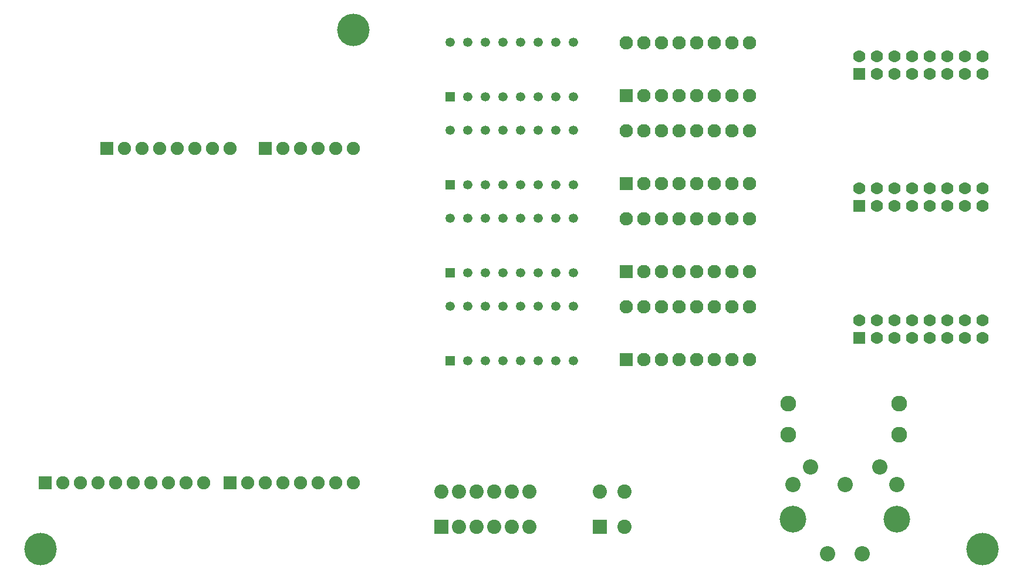
<source format=gbr>
G04 EasyPC Gerber Version 21.0.3 Build 4286 *
%FSLAX35Y35*%
%MOIN*%
%ADD29R,0.05283X0.05283*%
%ADD73R,0.06945X0.06945*%
%ADD92R,0.07496X0.07496*%
%ADD27R,0.07600X0.07600*%
%ADD96R,0.08087X0.08087*%
%ADD72C,0.05283*%
%ADD74C,0.06945*%
%ADD93C,0.07496*%
%ADD28C,0.07600*%
%ADD97C,0.08087*%
%ADD89C,0.08677*%
%ADD91C,0.08972*%
%ADD90C,0.15173*%
%ADD101C,0.18500*%
X0Y0D02*
D02*
D27*
X355250Y130250D03*
Y180250D03*
Y230250D03*
Y280250D03*
D02*
D28*
Y160250D03*
Y210250D03*
Y260250D03*
Y310250D03*
X365250Y130250D03*
Y160250D03*
Y180250D03*
Y210250D03*
Y230250D03*
Y260250D03*
Y280250D03*
Y310250D03*
X375250Y130250D03*
Y160250D03*
Y180250D03*
Y210250D03*
Y230250D03*
Y260250D03*
Y280250D03*
Y310250D03*
X385250Y130250D03*
Y160250D03*
Y180250D03*
Y210250D03*
Y230250D03*
Y260250D03*
Y280250D03*
Y310250D03*
X395250Y130250D03*
Y160250D03*
Y180250D03*
Y210250D03*
Y230250D03*
Y260250D03*
Y280250D03*
Y310250D03*
X405250Y130250D03*
Y160250D03*
Y180250D03*
Y210250D03*
Y230250D03*
Y260250D03*
Y280250D03*
Y310250D03*
X415250Y130250D03*
Y160250D03*
Y180250D03*
Y210250D03*
Y230250D03*
Y260250D03*
Y280250D03*
Y310250D03*
X425250Y130250D03*
Y160250D03*
Y180250D03*
Y210250D03*
Y230250D03*
Y260250D03*
Y280250D03*
Y310250D03*
D02*
D29*
X255250Y129758D03*
Y179758D03*
Y229758D03*
Y279758D03*
D02*
D72*
Y160742D03*
Y210742D03*
Y260742D03*
Y310742D03*
X265250Y129758D03*
Y160742D03*
Y179758D03*
Y210742D03*
Y229758D03*
Y260742D03*
Y279758D03*
Y310742D03*
X275250Y129758D03*
Y160742D03*
Y179758D03*
Y210742D03*
Y229758D03*
Y260742D03*
Y279758D03*
Y310742D03*
X285250Y129758D03*
Y160742D03*
Y179758D03*
Y210742D03*
Y229758D03*
Y260742D03*
Y279758D03*
Y310742D03*
X295250Y129758D03*
Y160742D03*
Y179758D03*
Y210742D03*
Y229758D03*
Y260742D03*
Y279758D03*
Y310742D03*
X305250Y129758D03*
Y160742D03*
Y179758D03*
Y210742D03*
Y229758D03*
Y260742D03*
Y279758D03*
Y310742D03*
X315250Y129758D03*
Y160742D03*
Y179758D03*
Y210742D03*
Y229758D03*
Y260742D03*
Y279758D03*
Y310742D03*
X325250Y129758D03*
Y160742D03*
Y179758D03*
Y210742D03*
Y229758D03*
Y260742D03*
Y279758D03*
Y310742D03*
D02*
D73*
X487750Y142750D03*
Y217750D03*
Y292750D03*
D02*
D74*
Y152750D03*
Y227750D03*
Y302750D03*
X497750Y142750D03*
Y152750D03*
Y217750D03*
Y227750D03*
Y292750D03*
Y302750D03*
X507750Y142750D03*
Y152750D03*
Y217750D03*
Y227750D03*
Y292750D03*
Y302750D03*
X517750Y142750D03*
Y152750D03*
Y217750D03*
Y227750D03*
Y292750D03*
Y302750D03*
X527750Y142750D03*
Y152750D03*
Y217750D03*
Y227750D03*
Y292750D03*
Y302750D03*
X537750Y142750D03*
Y152750D03*
Y217750D03*
Y227750D03*
Y292750D03*
Y302750D03*
X547750Y142750D03*
Y152750D03*
Y217750D03*
Y227750D03*
Y292750D03*
Y302750D03*
X557750Y142750D03*
Y152750D03*
Y217750D03*
Y227750D03*
Y292750D03*
Y302750D03*
D02*
D89*
X450093Y59463D03*
X459935Y69305D03*
X469778Y20093D03*
X479620Y59463D03*
X489463Y20093D03*
X499305Y69305D03*
X509148Y59463D03*
D02*
D90*
X450093Y39778D03*
X509148D03*
D02*
D91*
X447258Y87750D03*
Y105250D03*
X510250Y87750D03*
Y105250D03*
D02*
D92*
X25250Y60250D03*
X60250Y250250D03*
X130250Y60250D03*
X150250Y250250D03*
D02*
D93*
X35250Y60250D03*
X45250D03*
X55250D03*
X65250D03*
X70250Y250250D03*
X75250Y60250D03*
X80250Y250250D03*
X85250Y60250D03*
X90250Y250250D03*
X95250Y60250D03*
X100250Y250250D03*
X105250Y60250D03*
X110250Y250250D03*
X115250Y60250D03*
X120250Y250250D03*
X130250D03*
X140250Y60250D03*
X150250D03*
X160250D03*
Y250250D03*
X170250Y60250D03*
Y250250D03*
X180250Y60250D03*
Y250250D03*
X190250Y60250D03*
Y250250D03*
X200250Y60250D03*
Y250250D03*
D02*
D96*
X250250Y35250D03*
X340250D03*
D02*
D97*
X250250Y55250D03*
X260250Y35250D03*
Y55250D03*
X270250Y35250D03*
Y55250D03*
X280250Y35250D03*
Y55250D03*
X290250Y35250D03*
Y55250D03*
X300250Y35250D03*
Y55250D03*
X340250D03*
X354250Y35250D03*
Y55250D03*
D02*
D101*
X22750Y22750D03*
X200250Y317750D03*
X557750Y22750D03*
X0Y0D02*
M02*

</source>
